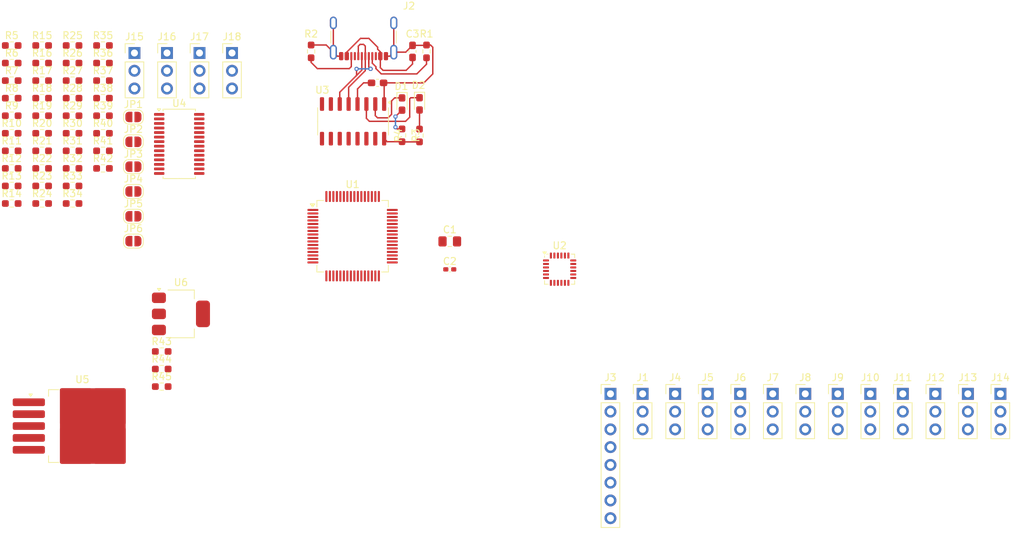
<source format=kicad_pcb>
(kicad_pcb (version 20240108) (generator "pcbnew") (generator_version "8.0")
  (layers (0 "F.Cu" signal) (31 "B.Cu" signal) (34 "B.Paste" user) (35 "F.Paste" user) (36 "B.SilkS" user "B.Silkscreen") (37 "F.SilkS" user "F.Silkscreen") (38 "B.Mask" user) (39 "F.Mask" user) (44 "Edge.Cuts" user))
  (net 0 "")
  (net 1 "Net-(J1-Pin_3)")
  (net 2 "Net-(J4-Pin_3)")
  (net 3 "Net-(J5-Pin_3)")
  (net 24 "Net-(U1-VSS-Pad18)")
  (net 84 "Net-(J6-Pin_3)")
  (net 85 "Net-(J7-Pin_3)")
  (net 86 "Net-(J8-Pin_3)")
  (net 87 "Net-(J9-Pin_3)")
  (net 88 "Net-(J10-Pin_3)")
  (net 89 "Net-(J11-Pin_3)")
  (net 90 "Net-(J12-Pin_3)")
  (net 91 "Net-(J13-Pin_3)")
  (net 92 "Net-(J14-Pin_3)")
  (net 93 "Net-(J15-Pin_3)")
  (net 94 "Net-(J16-Pin_3)")
  (net 95 "Net-(J17-Pin_3)")
  (net 96 "Net-(J18-Pin_3)")
  (net 97 "A0")
  (net 98 "A1")
  (net 99 "A2")
  (net 100 "A3")
  (net 101 "A4")
  (net 102 "A5")
  (net 103 "PWM_0")
  (net 104 "Net-(U4-LED0)")
  (net 105 "Net-(U4-LED1)")
  (net 106 "Net-(U4-LED2)")
  (net 107 "Net-(U4-LED3)")
  (net 108 "Net-(U4-LED4)")
  (net 109 "Net-(U4-LED5)")
  (net 110 "Net-(U4-LED6)")
  (net 111 "Net-(U4-LED7)")
  (net 112 "Net-(U4-LED8)")
  (net 113 "Net-(U4-LED9)")
  (net 114 "Net-(U4-LED10)")
  (net 115 "Net-(U4-LED11)")
  (net 116 "Net-(U4-LED12)")
  (net 119 "+5V")
  (net 120 "GND")
  (net 121 "Net-(U3-V3)")
  (net 122 "TX1")
  (net 123 "Net-(D1-A)")
  (net 124 "RX1")
  (net 125 "Net-(D2-A)")
  (net 126 "Net-(J2-CC1)")
  (net 127 "Net-(U3-UD-)")
  (net 128 "Net-(U3-UD+)")
  (net 129 "Net-(J2-CC2)")
  (net 130 "+3.3V")
  (net 131 "Net-(U4-LED13)")
  (net 132 "Net-(U4-LED14)")
  (net 133 "Net-(U4-LED15)")
  (net 134 "PWM_1")
  (net 135 "PWM_2")
  (net 136 "PWM_3")
  (net 137 "PWM_4")
  (net 138 "PWM_5")
  (net 139 "PWM_6")
  (net 140 "PWM_7")
  (net 141 "PWM_8")
  (net 142 "PWM_9")
  (net 143 "PWM_10")
  (net 144 "PWM_11")
  (net 145 "PWM_12")
  (net 146 "PWM_13")
  (net 147 "PWM_14")
  (net 148 "PWM_15")
  (net 149 "Net-(U4-~{OE})")
  (net 150 "SCL_2")
  (net 151 "SDA_2")
  (footprint "Package_TO_SOT_SMD:SOT-223-3_TabPin2" (layer "F.Cu") (at 100.3895 80.029)
    (property "Reference" "U6")
    (property "Value" "LM1117MP-3.3")
  )
  (footprint "Connector_PinHeader_2.54mm:PinHeader_1x03_P2.54mm_Vertical" (layer "F.Cu") (at 180.35 91.46)
    (property "Reference" "J6")
    (property "Value" "Servo")
  )
  (footprint "Connector_PinHeader_2.54mm:PinHeader_1x03_P2.54mm_Vertical" (layer "F.Cu") (at 208.25 91.46)
    (property "Reference" "J12")
    (property "Value" "Servo")
  )
  (footprint "Package_SO:TSSOP-28_4.4x9.7mm_P0.65mm" (layer "F.Cu") (at 100.1445 55.727)
    (property "Reference" "U4")
    (property "Value" "PCA9685PW")
  )
  (footprint "Package_SO:SOIC-16_3.9x9.9mm_P1.27mm" (layer "F.Cu") (at 125 52.5 -90)
    (property "Reference" "U3")
    (property "Value" "CH340C")
  )
  (footprint "Resistor_SMD:R_0603_1608Metric_Pad0.98x0.95mm_HandSolder" (layer "F.Cu") (at 80.5445 46.677)
    (property "Reference" "R17")
    (property "Value" "R")
  )
  (footprint "Capacitor_SMD:C_0402_1005Metric_Pad0.74x0.62mm_HandSolder" (layer "F.Cu") (at 138.827 73.666)
    (property "Reference" "C2")
    (property "Value" "10nF 0402")
  )
  (footprint "Resistor_SMD:R_0603_1608Metric_Pad0.98x0.95mm_HandSolder" (layer "F.Cu") (at 80.5445 44.167)
    (property "Reference" "R16")
    (property "Value" "R")
  )
  (footprint "Jumper:SolderJumper-2_P1.3mm_Open_RoundedPad1.0x1.5mm" (layer "F.Cu") (at 93.5945 55.427)
    (property "Reference" "JP2")
    (property "Value" "SolderJumper_2_Open")
  )
  (footprint "Connector_PinHeader_2.54mm:PinHeader_1x03_P2.54mm_Vertical" (layer "F.Cu") (at 217.55 91.46)
    (property "Reference" "J14")
    (property "Value" "Servo")
  )
  (footprint "Resistor_SMD:R_0603_1608Metric_Pad0.98x0.95mm_HandSolder" (layer "F.Cu") (at 80.5445 51.697)
    (property "Reference" "R19")
    (property "Value" "R")
  )
  (footprint "Resistor_SMD:R_0603_1608Metric_Pad0.98x0.95mm_HandSolder" (layer "F.Cu") (at 135.5 42.5 90)
    (property "Reference" "R1")
    (property "Value" "R")
  )
  (footprint "Capacitor_SMD:C_0603_1608Metric_Pad1.08x0.95mm_HandSolder" (layer "F.Cu") (at 128.5 47)
    (property "Reference" "C4" (hide yes))
    (property "Value" "10nF")
  )
  (footprint "Connector_PinHeader_2.54mm:PinHeader_1x03_P2.54mm_Vertical" (layer "F.Cu") (at 93.7445 42.727)
    (property "Reference" "J15")
    (property "Value" "Servo")
  )
  (footprint "Resistor_SMD:R_0603_1608Metric_Pad0.98x0.95mm_HandSolder" (layer "F.Cu") (at 76.1945 54.207)
    (property "Reference" "R10")
    (property "Value" "R")
  )
  (footprint "Resistor_SMD:R_0603_1608Metric_Pad0.98x0.95mm_HandSolder" (layer "F.Cu") (at 89.2445 51.697)
    (property "Reference" "R39")
    (property "Value" "R")
  )
  (footprint "Resistor_SMD:R_0603_1608Metric_Pad0.98x0.95mm_HandSolder" (layer "F.Cu") (at 89.2445 54.207)
    (property "Reference" "R40")
    (property "Value" "R")
  )
  (footprint "Jumper:SolderJumper-2_P1.3mm_Open_RoundedPad1.0x1.5mm" (layer "F.Cu") (at 93.5945 69.627)
    (property "Reference" "JP6")
    (property "Value" "SolderJumper_2_Open")
  )
  (footprint "Resistor_SMD:R_0603_1608Metric_Pad0.98x0.95mm_HandSolder" (layer "F.Cu") (at 89.2445 46.677)
    (property "Reference" "R37")
    (property "Value" "R")
  )
  (footprint "Connector_PinHeader_2.54mm:PinHeader_1x03_P2.54mm_Vertical" (layer "F.Cu") (at 194.3 91.46)
    (property "Reference" "J9")
    (property "Value" "Servo")
  )
  (footprint "Resistor_SMD:R_0603_1608Metric_Pad0.98x0.95mm_HandSolder" (layer "F.Cu") (at 76.1945 51.697)
    (property "Reference" "R9")
    (property "Value" "R")
  )
  (footprint "Resistor_SMD:R_0603_1608Metric_Pad0.98x0.95mm_HandSolder" (layer "F.Cu") (at 89.2445 41.657)
    (property "Reference" "R35")
    (property "Value" "R")
  )
  (footprint "Connector_PinHeader_2.54mm:PinHeader_1x03_P2.54mm_Vertical" (layer "F.Cu") (at 198.95 91.46)
    (property "Reference" "J10")
    (property "Value" "Servo")
  )
  (footprint "Resistor_SMD:R_0603_1608Metric_Pad0.98x0.95mm_HandSolder" (layer "F.Cu") (at 76.1945 46.677)
    (property "Reference" "R7")
    (property "Value" "R")
  )
  (footprint "Resistor_SMD:R_0603_1608Metric_Pad0.98x0.95mm_HandSolder" (layer "F.Cu") (at 89.2445 49.187)
    (property "Reference" "R38")
    (property "Value" "R")
  )
  (footprint "Resistor_SMD:R_0603_1608Metric_Pad0.98x0.95mm_HandSolder" (layer "F.Cu") (at 97.6395 85.404)
    (property "Reference" "R43")
    (property "Value" "R")
  )
  (footprint "Resistor_SMD:R_0603_1608Metric_Pad0.98x0.95mm_HandSolder" (layer "F.Cu") (at 84.8945 44.167)
    (property "Reference" "R26")
    (property "Value" "R")
  )
  (footprint "Jumper:SolderJumper-2_P1.3mm_Open_RoundedPad1.0x1.5mm" (layer "F.Cu") (at 93.5945 58.977)
    (property "Reference" "JP3")
    (property "Value" "SolderJumper_2_Open")
  )
  (footprint "Resistor_SMD:R_0603_1608Metric_Pad0.98x0.95mm_HandSolder" (layer "F.Cu") (at 80.5445 64.247)
    (property "Reference" "R24")
    (property "Value" "R")
  )
  (footprint "Resistor_SMD:R_0603_1608Metric_Pad0.98x0.95mm_HandSolder" (layer "F.Cu") (at 80.5445 49.187)
    (property "Reference" "R18")
    (property "Value" "R")
  )
  (footprint "Package_QFP:LQFP-64_10x10mm_P0.5mm" (layer "F.Cu") (at 124.932 68.921)
    (property "Reference" "U1")
    (property "Value" "STM32F401RETx")
  )
  (footprint "Resistor_SMD:R_0603_1608Metric_Pad0.98x0.95mm_HandSolder" (layer "F.Cu") (at 84.8945 64.247)
    (property "Reference" "R34")
    (property "Value" "R")
  )
  (footprint "Sensor_Motion:InvenSense_QFN-24_4x4mm_P0.5mm" (layer "F.Cu") (at 154.532 73.641)
    (property "Reference" "U2")
    (property "Value" "MPU-6050")
  )
  (footprint "Resistor_SMD:R_0603_1608Metric_Pad0.98x0.95mm_HandSolder" (layer "F.Cu") (at 84.8945 51.697)
    (property "Reference" "R29")
    (property "Value" "R")
  )
  (footprint "Resistor_SMD:R_0603_1608Metric_Pad0.98x0.95mm_HandSolder" (layer "F.Cu") (at 89.2445 59.227)
    (property "Reference" "R42")
    (property "Value" "R")
  )
  (footprint "Connector_PinHeader_2.54mm:PinHeader_1x03_P2.54mm_Vertical" (layer "F.Cu") (at 212.9 91.46)
    (property "Reference" "J13")
    (property "Value" "Servo")
  )
  (footprint "Capacitor_SMD:C_0805_2012Metric_Pad1.18x1.45mm_HandSolder" (layer "F.Cu") (at 138.827 69.666)
    (property "Reference" "C1")
    (property "Value" "10uF")
  )
  (footprint "Resistor_SMD:R_0603_1608Metric_Pad0.98x0.95mm_HandSolder" (layer "F.Cu") (at 76.1945 44.167)
    (property "Reference" "R6")
    (property "Value" "R")
  )
  (footprint "Resistor_SMD:R_0603_1608Metric_Pad0.98x0.95mm_HandSolder" (layer "F.Cu") (at 76.1945 56.717)
    (property "Reference" "R11")
    (property "Value" "R")
  )
  (footprint "Resistor_SMD:R_0603_1608Metric_Pad0.98x0.95mm_HandSolder" (layer "F.Cu") (at 84.8945 41.657)
    (property "Reference" "R25")
    (property "Value" "R")
  )
  (footprint "Resistor_SMD:R_0603_1608Metric_Pad0.98x0.95mm_HandSolder" (layer "F.Cu") (at 80.5445 59.227)
    (property "Reference" "R22")
    (property "Value" "R")
  )
  (footprint "Resistor_SMD:R_0603_1608Metric_Pad0.98x0.95mm_HandSolder" (layer "F.Cu") (at 84.8945 46.677)
    (property "Reference" "R27")
    (property "Value" "R")
  )
  (footprint "Connector_PinHeader_2.54mm:PinHeader_1x03_P2.54mm_Vertical" (layer "F.Cu") (at 107.6945 42.727)
    (property "Reference" "J18")
    (property "Value" "Servo")
  )
  (footprint "Resistor_SMD:R_0603_1608Metric_Pad0.98x0.95mm_HandSolder" (layer "F.Cu") (at 89.2445 44.167)
    (property "Reference" "R36")
    (property "Value" "R")
  )
  (footprint "Resistor_SMD:R_0603_1608Metric_Pad0.98x0.95mm_HandSolder" (layer "F.Cu") (at 76.1945 64.247)
    (property "Reference" "R14")
    (property "Value" "R")
  )
  (footprint "Connector_PinHeader_2.54mm:PinHeader_1x03_P2.54mm_Vertical" (layer "F.Cu") (at 189.65 91.46)
    (property "Reference" "J8")
    (property "Value" "Servo")
  )
  (footprint "Package_TO_SOT_SMD:TO-263-5_TabPin3" (layer "F.Cu") (at 86.2895 96.064)
    (property "Reference" "U5")
    (property "Value" "LM2596S-5")
  )
  (footprint "Resistor_SMD:R_0603_1608Metric_Pad0.98x0.95mm_HandSolder" (layer "F.Cu") (at 119 42.5 90)
    (property "Reference" "R2")
    (property "Value" "R")
  )
  (footprint "Capacitor_SMD:C_0603_1608Metric_Pad1.08x0.95mm_HandSolder" (layer "F.Cu") (at 133.5 42.5 90)
    (property "Reference" "C3")
    (property "Value" "0.1uF")
  )
  (footprint "Resistor_SMD:R_0603_1608Metric_Pad0.98x0.95mm_HandSolder" (layer "F.Cu") (at 97.6395 90.424)
    (property "Reference" "R45")
    (property "Value" "R")
  )
  (footprint "Connector_PinHeader_2.54mm:PinHeader_1x03_P2.54mm_Vertical" (layer "F.Cu") (at 166.4 91.46)
    (property "Reference" "J1")
    (property "Value" "Servo")
  )
  (footprint "Jumper:SolderJumper-2_P1.3mm_Open_RoundedPad1.0x1.5mm" (layer "F.Cu") (at 93.5945 66.077)
    (property "Reference" "JP5")
    (property "Value" "SolderJumper_2_Open")
  )
  (footprint "Resistor_SMD:R_0603_1608Metric_Pad0.98x0.95mm_HandSolder" (layer "F.Cu") (at 76.1945 41.657)
    (property "Reference" "R5")
    (property "Value" "R")
  )
  (footprint "Resistor_SMD:R_0603_1608Metric_Pad0.98x0.95mm_HandSolder" (layer "F.Cu") (at 80.5445 61.737)
    (property "Reference" "R23")
    (property "Value" "R")
  )
  (footprint "Resistor_SMD:R_0603_1608Metric_Pad0.98x0.95mm_HandSolder" (layer "F.Cu") (at 84.8945 61.737)
    (property "Reference" "R33")
    (property "Value" "R")
  )
  (footprint "Connector_PinHeader_2.54mm:PinHeader_1x03_P2.54mm_Vertical" (layer "F.Cu") (at 103.0445 42.727)
    (property "Reference" "J17")
    (property "Value" "Servo")
  )
  (footprint "Resistor_SMD:R_0603_1608Metric_Pad0.98x0.95mm_HandSolder" (layer "F.Cu") (at 134.5 54.525 90)
    (property "Reference" "R4")
    (property "Value" "R")
  )
  (footprint "Resistor_SMD:R_0603_1608Metric_Pad0.98x0.95mm_HandSolder" (layer "F.Cu") (at 76.1945 49.187)
    (property "Reference" "R8")
    (property "Value" "R")
  )
  (footprint "Resistor_SMD:R_0603_1608Metric_Pad0.98x0.95mm_HandSolder" (layer "F.Cu") (at 84.8945 56.717)
    (property "Reference" "R31")
    (property "Value" "R")
  )
  (footprint "Resistor_SMD:R_0603_1608Metric_Pad0.98x0.95mm_HandSolder" (layer "F.Cu") (at 84.8945 59.227)
    (property "Reference" "R32")
    (property "Value" "R")
  )
  (footprint "Resistor_SMD:R_0603_1608Metric_Pad0.98x0.95mm_HandSolder" (layer "F.Cu") (at 80.5445 54.207)
    (property "Reference" "R20")
    (property "Value" "R")
  )
  (footprint "Resistor_SMD:R_0603_1608Metric_Pad0.98x0.95mm_HandSolder" (layer "F.Cu") (at 132 54.5 90)
    (property "Reference" "R3")
    (property "Value" "R")
  )
  (footprint "Jumper:SolderJumper-2_P1.3mm_Open_RoundedPad1.0x1.5mm" (layer "F.Cu") (at 93.5945 62.527)
    (property "Reference" "JP4")
    (property "Value" "SolderJumper_2_Open")
  )
  (footprint "Connector_PinHeader_2.54mm:PinHeader_1x08_P2.54mm_Vertical" (layer "F.Cu") (at 161.8 91.46)
    (property "Reference" "J3")
    (property "Value" "Conn_01x08_Pin")
  )
  (footprint "Resistor_SMD:R_0603_1608Metric_Pad0.98x0.95mm_HandSolder" (layer "F.Cu") (at 97.6395 87.914)
    (property "Reference" "R44")
    (property "Value" "R")
  )
  (footprint "Resistor_SMD:R_0603_1608Metric_Pad0.98x0.95mm_HandSolder" (layer "F.Cu") (at 84.8945 54.207)
    (property "Reference" "R30")
    (property "Value" "R")
  )
  (footprint "Resistor_SMD:R_0603_1608Metric_Pad0.98x0.95mm_HandSolder" (layer "F.Cu") (at 80.5445 41.657)
    (property "Reference" "R15")
    (property "Value" "R")
  )
  (footprint "Connector_PinHeader_2.54mm:PinHeader_1x03_P2.54mm_Vertical" (layer "F.Cu") (at 185 91.46)
    (property "Reference" "J7")
    (property "Value" "Servo")
  )
  (footprint "LED_SMD:LED_0603_1608Metric_Pad1.05x0.95mm_HandSolder" (layer "F.Cu") (at 134.5 50 -90)
    (property "Reference" "D2")
    (property "Value" "LED")
  )
  (footprint "Connector_USB:USB_C_Receptacle_GCT_USB4105-xx-A_16P_TopMnt_Horizontal" (layer "F.Cu") (at 126.5 39.5 180)
    (property "Reference" "J2")
    (property "Value" "USB_C_Receptacle_USB2.0_16P")
  )
  (footprint "LED_SMD:LED_0603_1608Metric_Pad1.05x0.95mm_HandSolder" (layer "F.Cu") (at 132 50.025 -90)
    (property "Reference" "D1")
    (property "Value" "LED")
  )
  (footprint "Connector_PinHeader_2.54mm:PinHeader_1x03_P2.54mm_Vertical" (layer "F.Cu") (at 171.05 91.46)
    (property "Reference" "J4")
    (property "Value" "Servo")
  )
  (footprint "Connector_PinHeader_2.54mm:PinHeader_1x03_P2.54mm_Vertical" (layer "F.Cu") (at 98.3945 42.727)
    (property "Reference" "J16")
    (property "Value" "Servo")
  )
  (footprint "Jumper:SolderJumper-2_P1.3mm_Open_RoundedPad1.0x1.5mm" (layer "F.Cu") (at 93.5945 51.877)
    (property "Reference" "JP1")
    (property "Value" "SolderJumper_2_Open")
  )
  (footprint "Resistor_SMD:R_0603_1608Metric_Pad0.98x0.95mm_HandSolder" (layer "F.Cu") (at 80.5445 56.717)
    (property "Reference" "R21")
    (property "Value" "R")
  )
  (footprint "Resistor_SMD:R_0603_1608Metric_Pad0.98x0.95mm_HandSolder" (layer "F.Cu") (at 76.1945 59.227)
    (property "Reference" "R12")
    (property "Value" "R")
  )
  (footprint "Connector_PinHeader_2.54mm:PinHeader_1x03_P2.54mm_Vertical" (layer "F.Cu") (at 203.6 91.46)
    (property "Reference" "J11")
    (property "Value" "Servo")
  )
  (footprint "Resistor_SMD:R_0603_1608Metric_Pad0.98x0.95mm_HandSolder" (layer "F.Cu") (at 89.2445 56.717)
    (property "Reference" "R41")
    (property "Value" "R")
  )
  (footprint "Connector_PinHeader_2.54mm:PinHeader_1x03_P2.54mm_Vertical" (layer "F.Cu") (at 175.7 91.46)
    (property "Reference" "J5")
    (property "Value" "Servo")
  )
  (footprint "Resistor_SMD:R_0603_1608Metric_Pad0.98x0.95mm_HandSolder" (layer "F.Cu") (at 84.8945 49.187)
    (property "Reference" "R28")
    (property "Value" "R")
  )
  (footprint "Resistor_SMD:R_0603_1608Metric_Pad0.98x0.95mm_HandSolder" (layer "F.Cu") (at 76.1945 61.737)
    (property "Reference" "R13")
    (property "Value" "R")
  )
  (segment (start 124.1 42.605001) (end 126.065001 40.64) (width 0.2) (layer "F.Cu") (net 119))
  (segment (start 132.588 45.212) (end 129.286 45.212) (width 0.2) (layer "F.Cu") (net 119))
  (segment (start 128.9 43.18) (end 128.9 44.826) (width 0.2) (layer "F.Cu") (net 119))
  (segment (start 133.5 43.3625) (end 133.5 44.3) (width 0.2) (layer "F.Cu") (net 119))
  (segment (start 128.509203 42.178797) (end 128.9 42.569594) (width 0.2) (layer "F.Cu") (net 119))
  (segment (start 126.065001 40.64) (end 127.254 40.64) (width 0.2) (layer "F.Cu") (net 119))
  (segment (start 124.1 43.18) (end 124.1 42.605001) (width 0.2) (layer "F.Cu") (net 119))
  (segment (start 133.5 44.3) (end 132.588 45.212) (width 0.2) (layer "F.Cu") (net 119))
  (segment (start 128.509203 41.895203) (end 128.509203 42.178797) (width 0.2) (layer "F.Cu") (net 119))
  (segment (start 127.254 40.64) (end 128.509203 41.895203) (width 0.2) (layer "F.Cu") (net 119))
  (segment (start 128.9 44.826) (end 129.286 45.212) (width 0.2) (layer "F.Cu") (net 119))
  (segment (start 128.9 42.569594) (end 128.9 43.18) (width 0.2) (layer "F.Cu") (net 119))
  (segment (start 129.7 43.18) (end 130.245 43.18) (width 0.2) (layer "F.Cu") (net 120))
  (segment (start 121.1625 41.5875) (end 122.18 42.605) (width 0.2) (layer "F.Cu") (net 120))
  (segment (start 133.5 41.6375) (end 135.45 41.6375) (width 0.2) (layer "F.Cu") (net 120))
  (segment (start 132.5325 42.605) (end 133.5 41.6375) (width 0.2) (layer "F.Cu") (net 120))
  (segment (start 122.18 38.425) (end 122.18 42.605) (width 0.2) (layer "F.Cu") (net 120))
  (segment (start 135.45 41.6375) (end 135.5 41.5875) (width 0.2) (layer "F.Cu") (net 120))
  (segment (start 136.398 41.91) (end 136.0755 41.5875) (width 0.2) (layer "F.Cu") (net 120))
  (segment (start 129.445 50.025) (end 129.445 47.0825) (width 0.2) (layer "F.Cu") (net 120))
  (segment (start 135.118 47) (end 136.398 45.72) (width 0.2) (layer "F.Cu") (net 120))
  (segment (start 130.82 42.605) (end 132.5325 42.605) (width 0.2) (layer "F.Cu") (net 120))
  (segment (start 130.82 42.605) (end 130.82 38.425) (width 0.2) (layer "F.Cu") (net 120))
  (segment (start 122.755 43.18) (end 122.18 42.605) (width 0.2) (layer "F.Cu") (net 120))
  (segment (start 130.245 43.18) (end 130.82 42.605) (width 0.2) (layer "F.Cu") (net 120))
  (segment (start 136.398 45.72) (end 136.398 41.91) (width 0.2) (layer "F.Cu") (net 120))
  (segment (start 129.445 47.0825) (end 129.3625 47) (width 0.2) (layer "F.Cu") (net 120))
  (segment (start 136.0755 41.5875) (end 135.5 41.5875) (width 0.2) (layer "F.Cu") (net 120))
  (segment (start 129.3625 47) (end 135.118 47) (width 0.2) (layer "F.Cu") (net 120))
  (segment (start 119 41.5875) (end 121.1625 41.5875) (width 0.2) (layer "F.Cu") (net 120))
  (segment (start 123.3 43.18) (end 122.755 43.18) (width 0.2) (layer "F.Cu") (net 120))
  (segment (start 125.635 50.025) (end 125.635 47.865) (width 0.2) (layer "F.Cu") (net 121))
  (segment (start 125.635 47.865) (end 126.5 47) (width 0.2) (layer "F.Cu") (net 121))
  (segment (start 126.5 47) (end 127.6375 47) (width 0.2) (layer "F.Cu") (net 121))
  (segment (start 130 52) (end 130.5 51.5) (width 0.2) (layer "F.Cu") (net 122))
  (segment (start 128.5 52) (end 130 52) (width 0.2) (layer "F.Cu") (net 122))
  (segment (start 128.175 51.675) (end 128.5 52) (width 0.2) (layer "F.Cu") (net 122))
  (segment (start 128.025 50.025) (end 128 50) (width 0.2) (layer "F.Cu") (net 122))
  (segment (start 128.175 50.025) (end 128.025 50.025) (width 0.2) (layer "F.Cu") (net 122))
  (segment (start 130.5 49.586) (end 130.936 49.15) (width 0.2) (layer "F.Cu") (net 122))
  (segment (start 130.936 49.15) (end 132 49.15) (width 0.2) (layer "F.Cu") (net 122))
  (segment (start 130.5 51.5) (end 130.5 49.586) (width 0.2) (layer "F.Cu") (net 122))
  (segment (start 128.175 50.025) (end 128.175 51.675) (width 0.2) (layer "F.Cu") (net 122))
  (segment (start 131.3115 53.5875) (end 131.064 53.34) (width 0.2) (layer "F.Cu") (net 123))
  (segment (start 131.98 50.9) (end 131.064 51.816) (width 0.2) (layer "F.Cu") (net 123))
  (segment (start 132 53.5875) (end 131.3115 53.5875) (width 0.2) (layer "F.Cu") (net 123))
  (segment (start 132 50.9) (end 131.98 50.9) (width 0.2) (layer "F.Cu") (net 123))
  (via (at 131.064 51.816) (size 0.6) (drill 0.3) (layers "F.Cu" "B.Cu") (net 123))
  (via (at 131.064 53.34) (size 0.6) (drill 0.3) (layers "F.Cu" "B.Cu") (net 123))
  (segment (start 131.064 51.816) (end 131.064 53.34) (width 0.2) (layer "B.Cu") (net 123))
  (segment (start 126.905 52.07) (end 126.905 50.025) (width 0.2) (layer "F.Cu") (net 124))
  (segment (start 127.335 52.5) (end 126.905 52.07) (width 0.2) (layer "F.Cu") (net 124))
  (segment (start 133.096 49.276) (end 133.096 51.904) (width 0.2) (layer "F.Cu") (net 124))
  (segment (start 133.247 49.125) (end 133.096 49.276) (width 0.2) (layer "F.Cu") (net 124))
  (segment (start 134.5 49.125) (end 133.247 49.125) (width 0.2) (layer "F.Cu") (net 124))
  (segment (start 132.5 52.5) (end 127.335 52.5) (width 0.2) (layer "F.Cu") (net 124))
  (segment (start 133.096 51.904) (end 132.5 52.5) (width 0.2) (layer "F.Cu") (net 124))
  (segment (start 134.5 53.6125) (end 134.5 50.875) (width 0.2) (layer "F.Cu") (net 125))
  (segment (start 128.27 44.704) (end 127.75 44.184) (width 0.2) (layer "F.Cu") (net 126))
  (segment (start 134.112 45.72) (end 129.032 45.72) (width 0.2) (layer "F.Cu") (net 126))
  (segment (start 127.75 44.184) (end 127.75 43.18) (width 0.2) (layer "F.Cu") (net 126))
  (segment (start 135.5 44.332) (end 134.112 45.72) (width 0.2) (layer "F.Cu") (net 126))
  (segment (start 129.032 45.72) (end 128.27 44.958) (width 0.2) (layer "F.Cu") (net 126))
  (segment (start 135.5 43.4125) (end 135.5 44.332) (width 0.2) (layer "F.Cu") (net 126))
  (segment (start 128.27 44.958) (end 128.27 44.704) (width 0.2) (layer "F.Cu") (net 126))
  (segment (start 123.095 48.339314) (end 123.095 50.025) (width 0.2) (layer "F.Cu") (net 127))
  (segment (start 126.25 45.184314) (end 125.967157 45.467157) (width 0.2) (layer "F.Cu") (net 127))
  (segment (start 126.25 43.18) (end 126.25 45.184314) (width 0.2) (layer "F.Cu") (net 127))
  (segment (start 125.967157 45.467157) (end 125.467157 45.967157) (width 0.2) (layer "F.Cu") (net 127))
  (segment (start 127.25 44.75) (end 127.5 45) (width 0.2) (layer "F.Cu") (net 127))
  (segment (start 125.5 45) (end 125.5 45.934314) (width 0.2) (layer "F.Cu") (net 127))
  (segment (start 125.467157 45.967157) (end 123.095 48.339314) (width 0.2) (layer "F.Cu") (net 127))
  (segment (start 127.25 43.18) (end 127.25 44.25) (width 0.2) (layer "F.Cu") (net 127))
  (segment (start 125.5 45.934314) (end 125.467157 45.967157) (width 0.2) (layer "F.Cu") (net 127))
  (segment (start 127.25 43.18) (end 127.25 44.75) (width 0.2) (layer "F.Cu") (net 127))
  (via (at 127.5 45) (size 0.6) (drill 0.3) (layers "F.Cu" "B.Cu") (net 127))
  (via (at 125.5 45) (size 0.6) (drill 0.3) (layers "F.Cu" "B.Cu") (net 127))
  (via (at 127.5 45) (size 0.6) (drill 0.3) (layers "F.Cu" "B.Cu") (net 127))
  (segment (start 127.5 45) (end 125.5 45) (width 0.2) (layer "B.Cu") (net 127))
  (segment (start 124.365 47.635) (end 126.75 45.25) (width 0.2) (layer "F.Cu") (net 128))
  (segment (start 125.75 43.18) (end 125.75 41.75) (width 0.2) (layer "F.Cu") (net 128))
  (segment (start 126.75 43.18) (end 126.75 41.75) (width 0.2) (layer "F.Cu") (net 128))
  (segment (start 126.75 41.75) (end 126.5 41.5) (width 0.2) (layer "F.Cu") (net 128))
  (segment (start 124.365 50.025) (end 124.365 47.635) (width 0.2) (layer "F.Cu") (net 128))
  (segment (start 126.5 41.5) (end 126 41.5) (width 0.2) (layer "F.Cu") (net 128))
  (segment (start 125.75 41.75) (end 126 41.5) (width 0.2) (layer "F.Cu") (net 128))
  (segment (start 126.75 45.25) (end 126.75 43.18) (width 0.2) (layer "F.Cu") (net 128))
  (segment (start 119 44.07) (end 119.888 44.958) (width 0.2) (layer "F.Cu") (net 129))
  (segment (start 119 43.4125) (end 119 44.07) (width 0.2) (layer "F.Cu") (net 129))
  (segment (start 124.46 44.958) (end 124.75 44.668) (width 0.2) (layer "F.Cu") (net 129))
  (segment (start 119.888 44.958) (end 124.46 44.958) (width 0.2) (layer "F.Cu") (net 129))
  (segment (start 124.75 44.668) (end 124.75 43.18) (width 0.2) (layer "F.Cu") (net 129))
  (segment (start 129.445 54.975) (end 129.8825 55.4125) (width 0.2) (layer "F.Cu") (net 130))
  (segment (start 132.025 55.4375) (end 132 55.4125) (width 0.2) (layer "F.Cu") (net 130))
  (segment (start 134.5 55.4375) (end 132.025 55.4375) (width 0.2) (layer "F.Cu") (net 130))
  (segment (start 129.8825 55.4125) (end 132 55.4125) (width 0.2) (layer "F.Cu") (net 130))
)
</source>
